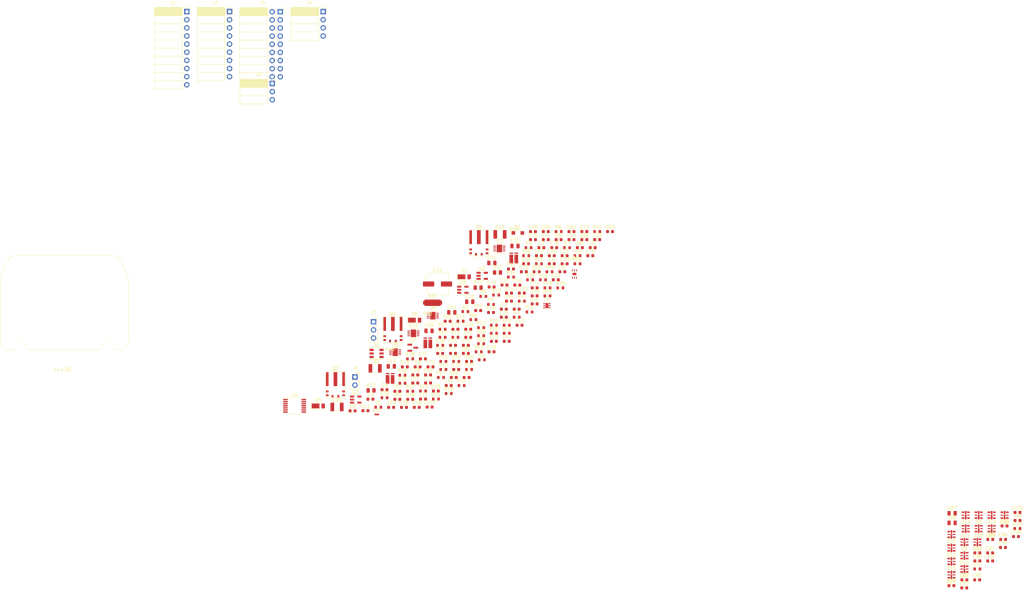
<source format=kicad_pcb>
(kicad_pcb (version 20211014) (generator pcbnew)
  (layers (0 "F.Cu" signal) (31 "B.Cu" signal) (34 "B.Paste" user) (35 "F.Paste" user) (36 "B.SilkS" user "B.Silkscreen") (37 "F.SilkS" user "F.Silkscreen") (38 "B.Mask" user) (39 "F.Mask" user) (44 "Edge.Cuts" user))
  (net 0 "")
  (net 1 "Net-(C1-Pad1)")
  (net 2 "GND")
  (net 3 "Net-(C2-Pad1)")
  (net 4 "GNDA")
  (net 5 "Net-(C3-Pad1)")
  (net 6 "Net-(C4-Pad1)")
  (net 7 "Net-(C5-Pad1)")
  (net 8 "+3V3A")
  (net 9 "+5V")
  (net 10 "Net-(C10-Pad1)")
  (net 11 "VBUS")
  (net 12 "PWRGND")
  (net 13 "Net-(C17-Pad1)")
  (net 14 "Net-(C20-Pad1)")
  (net 15 "Net-(C23-Pad1)")
  (net 16 "Net-(C24-Pad1)")
  (net 17 "Net-(C24-Pad2)")
  (net 18 "/PHA")
  (net 19 "Net-(C27-Pad2)")
  (net 20 "Net-(C28-Pad1)")
  (net 21 "/PHA_ISNS")
  (net 22 "Net-(C41-Pad1)")
  (net 23 "Net-(C43-Pad1)")
  (net 24 "Net-(C45-Pad1)")
  (net 25 "Net-(C47-Pad1)")
  (net 26 "Net-(C47-Pad2)")
  (net 27 "Net-(C49-Pad1)")
  (net 28 "/PHB")
  (net 29 "Net-(C54-Pad2)")
  (net 30 "/PHB_ISNS")
  (net 31 "+3V0")
  (net 32 "Net-(C66-Pad1)")
  (net 33 "Net-(C67-Pad1)")
  (net 34 "Net-(C69-Pad1)")
  (net 35 "Net-(C70-Pad1)")
  (net 36 "Net-(C72-Pad1)")
  (net 37 "Net-(C72-Pad2)")
  (net 38 "+1V5")
  (net 39 "/PHC")
  (net 40 "Net-(C77-Pad2)")
  (net 41 "/PHC_ISNS")
  (net 42 "/LED_PWR")
  (net 43 "/LED_GND")
  (net 44 "Net-(D2-Pad4)")
  (net 45 "Net-(D2-Pad5)")
  (net 46 "Net-(D2-Pad6)")
  (net 47 "Net-(D3-Pad2)")
  (net 48 "Net-(D4-Pad2)")
  (net 49 "Net-(D5-Pad2)")
  (net 50 "Net-(D6-Pad2)")
  (net 51 "Net-(D7-Pad2)")
  (net 52 "Net-(D7-Pad3)")
  (net 53 "Net-(D7-Pad4)")
  (net 54 "Net-(D7-Pad5)")
  (net 55 "Net-(D8-Pad2)")
  (net 56 "Net-(D8-Pad3)")
  (net 57 "Net-(D10-Pad5)")
  (net 58 "Net-(D10-Pad4)")
  (net 59 "Net-(D10-Pad2)")
  (net 60 "Net-(D10-Pad3)")
  (net 61 "Net-(D11-Pad2)")
  (net 62 "Net-(D11-Pad3)")
  (net 63 "Net-(D12-Pad2)")
  (net 64 "Net-(D12-Pad3)")
  (net 65 "Net-(D13-Pad2)")
  (net 66 "Net-(D13-Pad3)")
  (net 67 "Net-(D14-Pad2)")
  (net 68 "Net-(D14-Pad3)")
  (net 69 "Net-(D15-Pad2)")
  (net 70 "Net-(D15-Pad3)")
  (net 71 "Net-(D16-Pad2)")
  (net 72 "Net-(D16-Pad3)")
  (net 73 "Net-(D17-Pad2)")
  (net 74 "Net-(D17-Pad3)")
  (net 75 "Net-(D18-Pad2)")
  (net 76 "Net-(D18-Pad3)")
  (net 77 "Net-(D19-Pad2)")
  (net 78 "Net-(D19-Pad3)")
  (net 79 "Net-(D20-Pad2)")
  (net 80 "Net-(D20-Pad3)")
  (net 83 "/PHAH")
  (net 84 "/PHAL")
  (net 85 "/PHBH")
  (net 86 "/PHBL")
  (net 87 "/PHCH")
  (net 88 "/PHCL")
  (net 89 "/ENC_A")
  (net 90 "/ENC_B")
  (net 91 "/SPI_MOSI")
  (net 92 "/SPI_MISO")
  (net 93 "/SPI_SCK")
  (net 94 "/SPI_nCS")
  (net 95 "Net-(J4-Pad1)")
  (net 96 "/LED_DATA")
  (net 97 "/LED_CLK")
  (net 98 "Net-(J4-Pad4)")
  (net 99 "/PHA_ISNS+")
  (net 100 "/PHA_ISNS-")
  (net 101 "/PHB_ISNS+")
  (net 102 "/PHB_ISNS-")
  (net 103 "/PHC_ISNS+")
  (net 104 "/PHC_ISNS-")
  (net 105 "/VBUS_VSNS+")
  (net 106 "/VBUS_VSNS-")
  (net 107 "Net-(R16-Pad2)")
  (net 108 "Net-(R16-Pad3)")
  (net 109 "Net-(R19-Pad2)")
  (net 110 "Net-(R21-Pad1)")
  (net 111 "Net-(R22-Pad1)")
  (net 112 "Net-(R23-Pad1)")
  (net 113 "Net-(R30-Pad2)")
  (net 114 "Net-(R32-Pad2)")
  (net 115 "Net-(R32-Pad3)")
  (net 116 "Net-(R34-Pad1)")
  (net 117 "Net-(R35-Pad1)")
  (net 118 "Net-(R36-Pad1)")
  (net 119 "Net-(R43-Pad2)")
  (net 120 "Net-(R48-Pad2)")
  (net 121 "Net-(R48-Pad3)")
  (net 122 "Net-(R50-Pad1)")
  (net 123 "Net-(R51-Pad1)")
  (net 124 "Net-(R52-Pad1)")
  (net 125 "Net-(R57-Pad1)")
  (net 126 "Net-(R58-Pad1)")
  (footprint "Capacitor_SMD:C_0603_1608Metric" (layer "F.Cu") (at 218.278 77.072)
    (fp_text reference "C70")
    (fp_text value "4.7u")
  )
  (footprint "Package_TO_SOT_SMD:SOT-23" (layer "F.Cu") (at 180.738 110.832)
    (fp_text reference "U7")
    (fp_text value "LM4040C30FTA")
  )
  (footprint "Connector_PinSocket_2.54mm:PinSocket_1x04_P2.54mm_Horizontal" (layer "F.Cu") (at 152.743 5.839)
    (fp_text reference "J4")
    (fp_text value "LED")
  )
  (footprint "Resistor_SMD:R_0603_1608Metric" (layer "F.Cu") (at 221.398 89.622)
    (fp_text reference "R49")
    (fp_text value "0")
  )
  (footprint "Capacitor_SMD:C_0603_1608Metric" (layer "F.Cu") (at 353.026 183.344)
    (fp_text reference "C89")
    (fp_text value "100n")
  )
  (footprint "Capacitor_SMD:CP_Elec_6.3x5.9" (layer "F.Cu") (at 188.468 90.932)
    (fp_text reference "C22")
    (fp_text value "100u")
  )
  (footprint "Capacitor_SMD:C_0603_1608Metric" (layer "F.Cu") (at 191.638 102.562)
    (fp_text reference "C65")
    (fp_text value "100n")
  )
  (footprint "Resistor_SMD:R_0603_1608Metric" (layer "F.Cu") (at 190.038 107.582)
    (fp_text reference "R15")
    (fp_text value "2.2k")
  )
  (footprint "Connector_PinSocket_2.54mm:PinSocket_2x09_P2.54mm_Horizontal" (layer "F.Cu") (at 139.343 5.889)
    (fp_text reference "J5")
    (fp_text value "ANALOG_SIG")
  )
  (footprint "Capacitor_SMD:C_0603_1608Metric" (layer "F.Cu") (at 193.298 112.602)
    (fp_text reference "C1")
    (fp_text value "10p")
  )
  (footprint "Resistor_SMD:R_0603_1608Metric" (layer "F.Cu") (at 194.048 107.582)
    (fp_text reference "R14")
    (fp_text value "DNP")
  )
  (footprint "Capacitor_SMD:C_0603_1608Metric" (layer "F.Cu") (at 228.168 84.602)
    (fp_text reference "C23")
    (fp_text value "4.7u")
  )
  (footprint "Capacitor_SMD:C_0603_1608Metric" (layer "F.Cu") (at 234.318 77.072)
    (fp_text reference "C68")
    (fp_text value "4.7u")
  )
  (footprint "Capacitor_SMD:C_0603_1608Metric" (layer "F.Cu") (at 357.076 174.924)
    (fp_text reference "C92")
    (fp_text value "100n")
  )
  (footprint "LED_SMD:LED-APA102-2020" (layer "F.Cu") (at 353.046 171.564)
    (fp_text reference "D8")
    (fp_text value "APA102-2020")
  )
  (footprint "Package_DFN_QFN:Texas_MOF0009A" (layer "F.Cu") (at 201.368 78.082)
    (fp_text reference "Q3")
    (fp_text value "LMG5200")
  )
  (footprint "Capacitor_SMD:C_0603_1608Metric" (layer "F.Cu") (at 369.146 169.824)
    (fp_text reference "C100")
    (fp_text value "100n")
  )
  (footprint "Capacitor_SMD:C_0603_1608Metric" (layer "F.Cu") (at 171.908 123.952)
    (fp_text reference "C9")
    (fp_text value "4.7u")
  )
  (footprint "Capacitor_SMD:C_0805_2012Metric" (layer "F.Cu") (at 349.196 165.554)
    (fp_text reference "C86")
    (fp_text value "22u")
  )
  (footprint "Resistor_SMD:R_0603_1608Metric" (layer "F.Cu") (at 217.198 99.662)
    (fp_text reference "R24")
    (fp_text value "0")
  )
  (footprint "Capacitor_SMD:C_0603_1608Metric" (layer "F.Cu") (at 205.168 99.822)
    (fp_text reference "C26")
    (fp_text value "100n")
  )
  (footprint "Capacitor_SMD:C_0805_2012Metric" (layer "F.Cu") (at 174.018 116.662)
    (fp_text reference "C19")
    (fp_text value "22u")
  )
  (footprint "Capacitor_SMD:C_0603_1608Metric" (layer "F.Cu") (at 228.168 82.092)
    (fp_text reference "C21")
    (fp_text value "4.7u")
  )
  (footprint "Resistor_SMD:R_0603_1608Metric" (layer "F.Cu") (at 199.658 102.062)
    (fp_text reference "R64")
    (fp_text value "1k")
  )
  (footprint "Capacitor_SMD:C_0603_1608Metric" (layer "F.Cu") (at 191.958 122.642)
    (fp_text reference "C44")
    (fp_text value "100n")
  )
  (footprint "Capacitor_SMD:C_0603_1608Metric" (layer "F.Cu") (at 167.498 126.902)
    (fp_text reference "C4")
    (fp_text value "4.7u")
  )
  (footprint "Capacitor_SMD:C_0603_1608Metric" (layer "F.Cu") (at 214.098 103.812)
    (fp_text reference "C42")
    (fp_text value "100p")
  )
  (footprint "Resistor_SMD:R_0603_1608Metric" (layer "F.Cu") (at 194.288 115.112)
    (fp_text reference "R35")
    (fp_text value "0")
  )
  (footprint "Resistor_SMD:R_0805_2012Metric" (layer "F.Cu") (at 207.198 87.342)
    (fp_text reference "R27")
    (fp_text value "50m")
  )
  (footprint "Connector_PinSocket_2.54mm:PinSocket_1x03_P2.54mm_Horizontal" (layer "F.Cu") (at 136.843 28.289)
    (fp_text reference "J3")
    (fp_text value "POWER")
  )
  (footprint "LED_SMD:LED-APA102-2020" (layer "F.Cu") (at 357.496 167.354)
    (fp_text reference "D18")
    (fp_text value "APA102-2020")
  )
  (footprint "Resistor_SMD:R_0603_1608Metric" (layer "F.Cu") (at 195.968 122.642)
    (fp_text reference "R44")
    (fp_text value "DNP")
  )
  (footprint "Capacitor_SMD:C_0603_1608Metric" (layer "F.Cu") (at 206.078 108.832)
    (fp_text reference "C13")
    (fp_text value "100n")
  )
  (footprint "Capacitor_SMD:C_0805_2012Metric" (layer "F.Cu") (at 205.428 84.362)
    (fp_text reference "C34")
    (fp_text value "10u")
  )
  (footprint "Capacitor_SMD:C_0603_1608Metric" (layer "F.Cu") (at 361.086 174.924)
    (fp_text reference "C97")
    (fp_text value "100n")
  )
  (footprint "Resistor_SMD:R_0603_1608Metric" (layer "F.Cu") (at 219.428 87.112)
    (fp_text reference "R52")
    (fp_text value "0")
  )
  (footprint "LED_SMD:LED-APA102-2020" (layer "F.Cu") (at 353.446 163.144)
    (fp_text reference "D19")
    (fp_text value "APA102-2020")
  )
  (footprint "Capacitor_SMD:C_0603_1608Metric" (layer "F.Cu") (at 225.408 89.622)
    (fp_text reference "C30")
    (fp_text value "4.7u")
  )
  (footprint "Capacitor_SMD:C_0603_1608Metric" (layer "F.Cu") (at 194.288 117.622)
    (fp_text reference "C25")
    (fp_text value "100n")
  )
  (footprint "Capacitor_SMD:C_0603_1608Metric" (layer "F.Cu") (at 181.508 119.332)
    (fp_text reference "C59")
    (fp_text value "4.7u")
  )
  (footprint "Resistor_SMD:R_0603_1608Metric" (layer "F.Cu") (at 189.528 120.132)
    (fp_text reference "R47")
    (fp_text value "1k")
  )
  (footprint "Capacitor_SMD:C_1210_3225Metric" (layer "F.Cu") (at 168.968 117.282)
    (fp_text reference "C85")
    (fp_text value "47u")
  )
  (footprint "Resistor_SMD:R_0603_1608Metric" (layer "F.Cu") (at 223.438 87.112)
    (fp_text reference "R45")
    (fp_text value "10k")
  )
  (footprint "project-footprints:KRL3216" (layer "F.Cu") (at 185.433 107.817)
    (fp_text reference "R32")
    (fp_text value "15m")
  )
  (footprint "Capacitor_SMD:C_0805_2012Metric" (layer "F.Cu") (at 185.808 105.562)
    (fp_text reference "C52")
    (fp_text value "22u")
  )
  (footprint "LED_SMD:LED-APA102-2020" (layer "F.Cu") (at 365.596 163.144)
    (fp_text reference "D21")
    (fp_text value "APA102-2020")
  )
  (footprint "Connector_PinSocket_2.54mm:PinSocket_1x03_P2.54mm_Vertical" (layer "F.Cu") (at 168.468 102.732)
    (fp_text reference "J7")
    (fp_text value "Motor")
  )
  (footprint "Capacitor_SMD:C_0603_1608Metric" (layer "F.Cu") (at 165.948 130.512)
    (fp_text reference "C11")
    (fp_text value "1u")
  )
  (footprint "Capacitor_SMD:C_0603_1608Metric" (layer "F.Cu") (at 197.308 110.092)
    (fp_text reference "C10")
    (fp_text value "4.7u")
  )
  (footprint "Resistor_SMD:R_0603_1608Metric" (layer "F.Cu") (at 187.948 126.862)
    (fp_text reference "R31")
    (fp_text value "10k")
  )
  (footprint "Resistor_SMD:R_0603_1608Metric" (layer "F.Cu") (at 202.068 109.592)
    (fp_text reference "R26")
    (fp_text value "DNP")
  )
  (footprint "LED_SMD:LED-APA102-2020" (layer "F.Cu") (at 361.546 167.354)
    (fp_text reference "D17")
    (fp_text value "APA102-2020")
  )
  (footprint "Resistor_SMD:R_0603_1608Metric" (layer "F.Cu") (at 177.498 121.932)
    (fp_text reference "R39")
    (fp_text value "0")
  )
  (footprint "Capacitor_SMD:C_0603_1608Metric" (layer "F.Cu") (at 183.938 126.862)
    (fp_text reference "C32")
    (fp_text value "4.7u")
  )
  (footprint "Package_TO_SOT_SMD:SOT-23-5" (layer "F.Cu") (at 202.418 88.372)
    (fp_text reference "U2")
    (fp_text value "INA293B")
  )
  (footprint "NetTie:NetTie-2_SMD_Pad2.0mm" (layer "F.Cu") (at 186.918 96.782)
    (fp_text reference "NT1")
    (fp_text value "NetTie_2")
  )
  (footprint "Resistor_SMD:R_0603_1608Metric" (layer "F.Cu") (at 198.298 117.622)
    (fp_text reference "R22")
    (fp_text value "0")
  )
  (footprint "Capacitor_SMD:C_0805_2012Metric" (layer "F.Cu") (at 212.658 79.062)
    (fp_text reference "C55")
    (fp_text value "22u")
  )
  (footprint "Connector_PinSocket_2.54mm:PinSocket_1x02_P2.54mm_Vertical" (layer "F.Cu") (at 162.668 119.982)
    (fp_text reference "J6")
    (fp_text value "VBUS")
  )
  (footprint "Capacitor_SMD:C_0603_1608Metric" (layer "F.Cu") (at 218.798 94.642)
    (fp_text reference "C29")
    (fp_text value "100n")
  )
  (footprint "Capacitor_SMD:C_0603_1608Metric" (layer "F.Cu") (at 236.938 79.582)
    (fp_text reference "C37")
    (fp_text value "100n")
  )
  (footprint "Package_DFN_QFN:DFN-8-1EP_3x3mm_P0.5mm_EP1.65x2.38mm" (layer "F.Cu") (at 186.988 100.832)
    (fp_text reference "U8")
    (fp_text value "LT6350")
  )
  (footprint "Capacitor_SMD:C_0603_1608Metric" (layer "F.Cu") (at 185.998 129.372)
    (fp_text reference "C103")
    (fp_text value "100n")
  )
  (footprint "Package_DFN_QFN:Texas_MOF0009A" (layer "F.Cu") (at 174.518 105.182)
    (fp_text reference "Q1")
    (fp_text value "LMG5200")
  )
  (footprint "Capacitor_SMD:C_0603_1608Metric" (layer "F.Cu") (at 187.948 124.352)
    (fp_text reference "C58")
    (fp_text value "100n")
  )
  (footprint "Capacitor_SMD:C_0603_1608Metric" (layer "F.Cu") (at 369.626 164.804)
    (fp_text reference "C91")
    (fp_text value "100n")
  )
  (footprint "Resistor_SMD:R_0603_1608Metric" (layer "F.Cu") (at 220.148 84.602)
    (fp_text reference "R51")
    (fp_text value "0")
  )
  (footprint "Capacitor_SMD:C_0603_1608Metric" (layer "F.Cu") (at 209.178 101.302)
    (fp_text reference "C20")
    (fp_text value "10p")
  )
  (footprint "LED_SMD:LED-APA102-2020" (layer "F.Cu") (at 361.546 163.144)
    (fp_text reference "D16")
    (fp_text value "APA102-2020")
  )
  (footprint "LED_SMD:LED-APA102-2020" (layer "F.Cu") (at 353.046 179.984)
    (fp_text reference "D7")
    (fp_text value "APA102-2020")
  )
  (footprint "Resistor_SMD:R_0603_1608Metric" (layer "F.Cu") (at 222.808 94.642)
    (fp_text reference "R50")
    (fp_text value "0")
  )
  (footprint "Connector_PinSocket_2.54mm:PinSocket_1x10_P2.54mm_Horizontal" (layer "F.Cu") (at 110.143 5.839)
    (fp_text reference "J1")
    (fp_text value "PHASE_SIG")
  )
  (footprint "Resistor_SMD:R_0603_1608Metric" (layer "F.Cu") (at 232.178 82.092)
    (fp_text reference "R46")
    (fp_text value "1k")
  )
  (footprint "LED_SMD:LED-APA102-2020" (layer "F.Cu") (at 353.046 175.774)
    (fp_text reference "D10")
    (fp_text value "APA102-2020")
  )
  (footprint "Capacitor_SMD:C_0603_1608Metric" (layer "F.Cu") (at 357.036 183.344)
    (fp_text reference "C95")
    (fp_text value "100n")
  )
  (footprint "Connector_PinSocket_2.54mm:PinSocket_1x09_P2.54mm_Horizontal" (layer "F.Cu") (at 123.493 5.839)
    (fp_text reference "J2")
    (fp_text value "ENC_SIG")
  )
  (footprint "Resistor_SMD:R_0603_1608Metric" (layer "F.Cu") (at 190.278 117.622)
    (fp_text reference "R10")
    (fp_text value "0")
  )
  (footprint "Resistor_SMD:R_0603_1608Metric" (layer "F.Cu") (at 179.888 114.312)
    (fp_text reference "R36")
    (fp_text value "0")
  )
  (footprint "NetTie:NetTie-2_SMD_Pad0.5mm" (layer "F.Cu") (at 169.478 131.692)
    (fp_text reference "NT2")
    (fp_text value "NetTie_2")
  )
  (footprint "Resistor_SMD:R_0603_1608Metric" (layer "F.Cu") (at 210.088 103.812)
    (fp_text reference "R40")
    (fp_text value "499")
  )
  (footprint "Capacitor_SMD:C_0603_1608Metric" (layer "F.Cu") (at 178.248 116.822)
    (fp_text reference "C49")
    (fp_text value "4.7u")
  )
  (footprint "Capacitor_SMD:C_0603_1608Metric" (layer "F.Cu") (at 181.988 129.462)
    (fp_text reference "C18")
    (fp_text value "100n")
  )
  (footprint "Resistor_SMD:R_0603_1608Metric" (layer "F.Cu") (at 190.038 105.072)
    (fp_text reference "R17")
    (fp_text value "499")
  )
  (footprint "Capacitor_SMD:C_0603_1608Metric" (layer "F.Cu") (at 194.048 105.072)
    (fp_text reference "C77")
    (fp_text value "DNP")
  )
  (footprint "Resistor_SMD:R_0603_1608Metric" (layer "F.Cu") (at 369.586 167.314)
    (fp_text reference "R53")
    (fp_text value "220")
  )
  (footprint "Capacitor_SMD:C_0603_1608Metric" (layer "F.Cu") (at 365.136 170.714)
    (fp_text reference "C96")
    (fp_text value "100n")
  )
  (footprint "project-footprints:KRL3216" (layer "F.Cu") (at 173.643 118.917)
    (fp_text reference "R48")
    (fp_text value "15m")
  )
  (footprint "Capacitor_SMD:C_0603_1608Metric" (layer "F.Cu") (at 175.918 124.442)
    (fp_text reference "C67")
    (fp_text value "10p")
  )
  (footprint "Capacitor_SMD:C_0603_1608Metric" (layer "F.Cu") (at 227.448 87.112)
    (fp_text reference "C57")
    (fp_text value "4.7u")
  )
  (footprint "Capacitor_SMD:C_0603_1608Metric" (layer "F.Cu") (at 185.518 121.842)
    (fp_text reference "C17")
    (fp_text value "10p")
  )
  (footprint "Capacitor_SMD:C_1210_3225Metric" (layer "F.Cu") (at 157.068 129.332)
    (fp_text reference "C36")
    (fp_text value "47u")
  )
  (footprint "Capacitor_SMD:C_0603_1608Metric" (layer "F.Cu") (at 210.778 93.772)
    (fp_text reference "C14")
    (fp_text value "100n")
  )
  (footprint "Resistor_SMD:R_0603_1608Metric" (layer "F.Cu") (at 202.068 107.082)
    (fp_text reference "R25")
    (fp_text value "0")
  )
  (footprint "Capacitor_SMD:C_0603_1608Metric" (layer "F.Cu") (at 224.158 82.092)
    (fp_text reference "C39")
    (fp_text value "4.7u")
  )
  (footprint "Capacitor_SMD:C_0603_1608Metric" (layer "F.Cu") (at 242.338 74.562)
    (fp_text reference "C53")
    (fp_text value "100n")
  )
  (footprint "Capacitor_SMD:C_0603_1608Metric" (layer "F.Cu") (at 361.086 177.434)
    (fp_text reference "C102")
    (fp_text value "100n")
  )
  (footprint "Capacitor_SMD:C_1210_3225Metric" (layer "F.Cu") (at 207.968 75.432)
    (fp_text reference "C63")
    (fp_text value "47u")
  )
  (footprint "LED_SMD:LED-APA102-2020" (layer "F.Cu") (at 348.996 181.794)
    (fp_text reference "D14")
    (fp_text value "APA102-2020")
  )
  (footprint "Capacitor_SMD:C_0603_1608Metric" (layer "F.Cu") (at 224.158 84.602)
    (fp_text reference "C6")
    (fp_text value "100n")
  )
  (footprint "Diode_SMD:D_SOD-123F" (layer "F.Cu") (at 213.553 74.982)
    (fp_text reference "D1")
    (fp_text value "SMF9.0A")
  )
  (footprint "Resistor_SMD:R_0603_1608Metric" (layer "F.Cu") (at 171.908 126.462)
    (fp_text reference "R33")
    (fp_text value "0")
  )
  (footprint "Diode_SMD:D_PowerDI-123" (layer "F.Cu") (at 181.318 102.232)
    (fp_text reference "D6")
    (fp_text value "D_Schottky_Small")
  )
  (footprint "Capacitor_SMD:C_0805_2012Metric" (layer "F.Cu") (at 349.196 162.544)
    (fp_text reference "C87")
    (fp_text value "22u")
  )
  (footprint "Capacitor_SMD:C_0603_1608Metric" (layer "F.Cu") (at 209.368 91.262)
    (fp_text reference "C27")
    (fp_text value "DNP")
  )
  (footprint "Capacitor_SMD:C_0603_1608Metric" (layer "F.Cu") (at 232.928 79.582)
    (fp_text reference "C81")
    (fp_text value "4.7u")
  )
  (footprint "Capacitor_SMD:C_0603_1608Metric" (layer "F.Cu") (at 198.058 105.072)
    (fp_text reference "C104")
    (fp_text value "100n")
  )
  (footprint "Resistor_SMD:R_0603_1608Metric" (layer "F.Cu") (at 206.078 103.812)
    (fp_text reference "R55")
    (fp_text value "10.2k")
  )
  (footprint "Resistor_SMD:R_0603_1608Metric" (layer "F.Cu") (at 190.278 115.112)
    (fp_text reference "R43")
    (fp_text value "180")
  )
  (footprint "Capacitor_SMD:C_0603_1608Metric" (layer "F.Cu") (at 213.378 91.262)
    (fp_text reference "C24")
    (fp_text value "100n")
  )
  (footprint "Capacitor_SMD:C_0603_1608Metric" (layer "F.Cu") (at 197.548 120.132)
    (fp_text reference "C5")
    (fp_text value "10p")
  )
  (footprint "Capacitor_SMD:C_0603_1608Metric" (layer "F.Cu") (at 220.898 79.582)
    (fp_text reference "C2")
    (fp_text value "DNP")
  )
  (footprint "Capacitor_SMD:C_0603_1608Metric" (layer "F.Cu") (at 201.158 99.222)
    (fp_text reference "C12")
    (fp_text value "100n")
  )
  (footprint "Capacitor_SMD:C_0603_1608Metric" (layer "F.Cu") (at 175.918 126.952)
    (fp_text reference "C80")
    (fp_text value "100n")
  )
  (footprint "Capacitor_SMD:C_0603_1608Metric" (layer "F.Cu") (at 173.968 129.462)
    (fp_text reference "C82")
    (fp_text value "4.7u")
  )
  (footprint "Diode_SMD:D_PowerDI-123" (layer "F.Cu") (at 151.218 129.032)
    (fp_text reference "D4")
    (fp_text value "D_Schottky_Small")
  )
  (footprint "Capacitor_SMD:C_0603_1608Metric" (layer "F.Cu") (at 197.308 112.602)
    (fp_text reference "C83")
    (fp_text value "4.7u")
  )
  (footprint "project-footprints:KRL3216" (layer "F.Cu") (at 212.283 81.317)
    (fp_text reference "R16")
    (fp_text value "15m")
  )
  (footprint "Resistor_SMD:R_0805_2012Metric" (layer "F.Cu") (at 167.698 124.172)
    (fp_text reference "R13")
    (fp_text value "50m")
  )
  (footprint "Capacitor_SMD:C_0603_1608Metric" (layer "F.Cu") (at 193.298 110.092)
    (fp_text reference "C31")
    (fp_text value "100n")
  )
  (footprint "Resistor_SMD:R_0603_1608Metric" (layer "F.Cu") (at 217.388 89.622)
    (fp_text reference "R30")
    (fp_text value "180")
  )
  (footprint "Capacitor_SMD:C_0603_1608Metric" (layer "F.Cu") (at 230.308 74.562)
    (fp_text reference "C62")
    (fp_text value "DNP")
  )
  (footprint "Package_SO:TSSOP-14_4.4x5mm_P0.65mm" (layer "F.Cu") (at 143.818 128.982)
    (fp_text reference "U1")
    (fp_text value "AS5047D")
  )
  (footprint "Capacitor_SMD:C_0603_1608Metric" (layer "F.Cu") (at 205.328 112.102)
    (fp_text reference "C78")
    (fp_text value "4.7u")
  )
  (footprint "Package_DFN_QFN:DFN-8-1EP_3x3mm_P0.5mm_EP1.65x2.38mm" (layer "F.Cu") (at 207.788 79.832)
    (fp_text reference "U3")
    (fp_text value "LT6350")
  )
  (footprint "LED_SMD:LED-APA102-2020" (layer "F.Cu") (at 348.996 173.374)
    (fp_text reference "D13")
    (fp_text value "APA102-2020")
  )
  (footprint "Capacitor_SMD:C_0603_1608Metric" (layer "F.Cu") (at 222.288 74.562)
    (fp_text reference "C56")
    (fp_text value "100n")
  )
  (footprint "Capacitor_SMD:C_0603_1608Metric" (layer "F.Cu") (at 218.278 74.562)
    (fp_text reference "C28")
    (fp_text value "4.7u")
  )
  (footprint "Resistor_SMD:R_0603_1608Metric" (layer "F.Cu") (at 216.888 79.582)
    (fp_text reference "R9")
    (fp_text value "DNP")
  )
  (footprint "Resistor_SMD:R_0603_1608Metric" (layer "F.Cu") (at 197.148 99.552)
    (fp_text reference "R3")
    (fp_text value "0")
  )
  (footprint "Resistor_SMD:R_0603_1608Metric" (layer "F.Cu") (at 211.408 88.752)
    (fp_text reference "R34")
    (fp_text value "0")
  )
  (footprint "Capacitor_SMD:C_0603_1608Metric" (layer "F.Cu") (at 218.798 97.152)
    (fp_text reference "C45")
    (fp_text value "4.7u")
  )
  (footprint "Capacitor_SMD:C_0603_1608Metric" (layer "F.Cu") (at 198.058 107.582)
    (fp_text reference "C61")
    (fp_text value "4.7u")
  )
  (footprint "Resistor_SMD:R_0603_1608Metric" (layer "F.Cu") (at 226.818 92.132)
    (fp_text reference "R28")
    (fp_text value "DNP")
  )
  (footprint "Resistor_SMD:R_0603_1608Metric" (layer "F.Cu") (at 206.768 94.362)
    (fp_text reference "R19")
    (fp_text value "180")
  )
  (footprint "Capacitor_SMD:C_0603_1608Metric" (layer "F.Cu") (at 220.148 82.092)
    (fp_text reference "C40")
    (fp_text value "100n")
  )
  (footprint "Capacitor_SMD:C_0603_1608Metric" (layer "F.Cu") (at 181.508 121.842)
    (fp_text reference "C51")
    (fp_text value "100n")
  )
  (footprint "Capacitor_SMD:C_0603_1608Metric" (layer "F.Cu") (at 210.778 96.282)
    (fp_text reference "C64")
    (fp_text value "100n")
  )
  (footprint "Resistor_SMD:R_0603_1608Metric" (layer "F.Cu") (at 195.648 102.562)
    (fp_text reference "R11")
    (fp_text value "0")
  )
  (footprint "Package_DFN_QFN:DFN-8-1EP_3x3mm_P0.5mm_EP1.65x2.38mm" (layer "F.Cu") (at 175.238 112.232)
    (fp_text reference "U6")
    (fp_text value "LT6350")
  )
  (footprint "Capacitor_SMD:C_0603_1608Metric" (layer "F.Cu") (at 365.096 173.224)
    (fp_text reference "C94")
    (fp_text value "100n")
  )
  (footprint "Capacitor_SMD:C_0603_1608Metric" (layer "F.Cu") (at 218.798 92.132)
    (fp_text reference "C74")
    (fp_text value "100n")
  )
  (footprint "Resistor_SMD:R_0603_1608Metric" (layer "F.Cu") (at 228.918 79.582)
    (fp_text reference "R7")
    (fp_text value "DNP")
  )
  (footprint "LED_SMD:LED_0603_1608Metric" (layer "F.Cu") (at 161.938 130.552)
    (fp_text reference "D3")
    (fp_text value "LED")
  )
  (footprint "Resistor_SMD:R_0603_1608Metric" (layer "F.Cu") (at 191.958 125.152)
    (fp_text reference "R18")
    (fp_text value "0")
  )
  (footprint "Capacitor_SMD:C_0603_1608Metric" (layer "F.Cu") (at 236.188 82.092)
    (fp_text reference "C79")
    (fp_text value "4.7u")
  )
  (footprint "Capacitor_SMD:C_0603_1608Metric" (layer "F.Cu") (at 198.298 115.112)
    (fp_text reference "C60")
    (fp_text value "4.7u")
  )
  (footprint "Package_DFN_QFN:DFN-8-1EP_3x3mm_P0.5mm_EP1.65x2.38mm" (layer "F.Cu") (at 180.938 106.332)
    (fp_text reference "U10")
    (fp_text value "LT6350")
  )
  (footprint "Capacitor_SMD:C_0603_1608Metric" (layer "F.Cu") (at 224.908 79.582)
    (fp_text reference "C76")
    (fp_text value "100n")
  )
  (footprint "Resistor_SMD:R_0603_1608Metric" (layer "F.Cu") (at 201.318 112.102)
    (fp_text reference "R63")
    (fp_text value "1k")
  )
  (footprint "Capacitor_SMD:C_0603_1608Metric" (layer "F.Cu") (at 182.258 116.822)
    (fp_text reference "C8")
    (fp_text value "4.7u")
  )
  (footprint "Resistor_SMD:R_0603_1608Metric" (layer "F.Cu") (at 210.088 106.322)
    (fp_text reference "R57")
    (fp_text value "0")
  )
  (footprint "Resistor_SMD:R_0603_1608Metric" (layer "F.Cu") (at 226.298 74.562)
    (fp_text reference "R6")
    (fp_text value "35.7k")
  )
  (footprint "Resistor_SMD:R_0603_1608Metric" (layer "F.Cu") (at 183.938 124.352)
    (fp_text reference "R23")
    (fp_text value "0")
  )
  (footprint "LED_SMD:LED-APA102-2020" (layer "F.Cu") (at 357.096 171.564)
    (fp_text reference "D11")
    (fp_text value "APA102-2020")
  )
  (footprint "Capacitor_SMD:C_0603_1608Metric" (layer "F.Cu") (at 216.138 84.602)
    (fp_text reference "C35")
    (fp_text value "DNP")
  )
  (footprint "Capacitor_SMD:C_0603_1608Metric" (layer "F.Cu") (at 222.288 77.072)
    (fp_text reference "C41")
    (fp_text value "10p")
  )
  (footprint "project-footprints:reaction-wheel" (layer "F.Cu") (at 85.344 109.474 180)
    (fp_text reference "REF**")
    (fp_text value "reaction-wheel")
  )
  (footprint "Resistor_SMD:R_0603_1608Metric" (layer "F.Cu") (at 222.808 92.132)
    (fp_text reference "R29")
    (fp_text value "499")
  )
  (footprint "Capacitor_SMD:C_0603_1608Metric" (layer "F.Cu") (at 215.418 87.112)
    (fp_text reference "C73")
    (fp_text value "100n")
  )
  (footprint "Resistor_SMD:R_0603_1608Metric" (layer "F.Cu") (at 202.068 104.572)
    (fp_text reference "R12")
    (fp_text value "DNP")
  )
  (footprint "Resistor_SMD:R_0805_2012Metric" (layer "F.Cu") (at 201.148 92.072)
    (fp_text reference "R42")
    (fp_text value "50m")
  )
  (footprint "Capacitor_SMD:C_0805_2012Metric" (layer "F.Cu") (at 192.918 99.802)
    (fp_text reference "C15")
    (fp_text value "22u")
  )
  (footprint "Resistor_SMD:R_0603_1608Metric" (layer "F.Cu") (at 179.928 124.442)
    (fp_text reference "R37")
    (fp_text value "75")
  )
  (footprint "Capacitor_SMD:C_0603_1608Metric" (layer "F.Cu") (at 210.088 108.832)
    (fp_text reference "C47")
    (fp_text value "100n")
  )
  (footprint "Capacitor_SMD:C_0603_1608Metric" (layer "F.Cu") (at 179.928 126.952)
    (fp_text reference "C48")
    (fp_text value "100n")
  )
  (footprint "Capacitor_SMD:C_0603_1608Metric" (layer "F.Cu") (at 186.268 116.822)
    (fp_text reference "C72")
    (fp_text value "100n")
  )
  (footprint "LED_SMD:LED-APA102-2020" (layer "F.Cu") (at 348.996 177.584)
    (fp_text reference "D15")
    (fp_text value "APA102-2020")
  )
  (footprint "Resistor_SMD:R_0603_1608Metric" (layer "F.Cu") (at 216.138 82.092)
    (fp_text reference "R56")
    (fp_text value "499")
  )
  (footprint "Capacitor_SMD:C_0603_1608Metric" (layer "F.Cu") (at 205.358 91.852)
    (fp_text reference "C46")
    (fp_text value "2.2u")
  )
  (footprint "LED_SMD:LED-APA102-2020" (layer "F.Cu") (at 348.996 169.164)
    (fp_text reference "D20")
    (fp_text value "APA102-2020")
  )
  (footprint "Capacitor_SMD:C_0603_1608Metric" (layer "F.Cu") (at 226.298 77.072)
    (fp_text reference "C84")
    (fp_text value "DNP")
  )
  (footprint "Capacitor_SMD:C_0603_1608Metric" (layer "F.Cu") (at 234.318 74.562)
    (fp_text reference "C75")
    (fp_text value "100n")
  )
  (footprint "Capacitor_SMD:C_0603_1608Metric" (layer "F.Cu") (at 185.518 119.332)
    (fp_text reference "C50")
    (fp_text value "10u")
  )
  (footprint "Package_TO_SOT_SMD:SOT-23-5" (layer "F.Cu") (at 196.368 92.732)
    (fp_text reference "U9")
    (fp_text value "INA293B")
  )
  (footprint "Capacitor_SMD:C_0603_1608Metric" (layer "F.Cu") (at 238.328 77.072)
    (fp_text reference "C33")
    (fp_text value "4.7u")
  )
  (footprint "Capacitor_SMD:C_0603_1608Metric" (layer "F.Cu") (at 365.576 166.504)
    (fp_text reference "C98")
    (fp_text value "100n")
  )
  (footprint "Capacitor_SMD:C_0603_1608Metric" (layer "F.Cu") (at 211.408 86.242)
    (fp_text reference "C43")
    (fp_text value "10p")
  )
  (footprint "Resistor_SMD:R_0603_1608Metric" (layer "F.Cu") (at 238.328 74.562)
    (fp_text reference "R21")
    (fp_text value "0")
  )
  (footprint "LED_SMD:LED-APA102-2020" (layer "F.Cu") (at 353.446 167.354)
    (fp_text reference "D12")
    (fp_text value "APA102-2020")
  )
  (footprint "Resistor_SMD:R_0603_1608Metric" (layer "F.Cu") (at 202.308 114.612)
    (fp_text reference "R2")
    (fp_text value "0")
  )
  (footprint "Resistor_SMD:R_0603_1608Metric" (layer "F.Cu") (at 189.288 110.092)
    (fp_text reference "R38")
    (fp_text value "0")
  )
  (footprint "Resistor_SMD:R_0603_1608Metric" (layer "F.Cu") (at 169.958 129.412)
    (fp_text reference "R1")
    (fp_text value "0")
  )
  (footprint "Resistor_SMD:R_0603_1608Metric" (layer "F.Cu") (at 202.758 94.802)
    (fp_text reference "R8")
    (fp_text value "DNP")
  )
  (footprint "Resistor_SMD:R_0603_1608Metric" (layer "F.Cu") (at 177.498 119.422)
    (fp_text reference "R58")
    (fp_text value "0")
  )
  (footprint "Capacitor_SMD:C_0603_1608Metric" (layer "F.Cu") (at 369.626 162.294)
    (fp_text reference "C101")
    (fp_text value "100n")
  )
  (footprint "project-footprints:TI-WSON-6-2.2x2.5" (layer "F.Cu") (at 231.2222 87.807)
    (fp_text reference "U11")
    (fp_text value "LP5900SD-3.3/NOPB")
  )
  (footprint "Capacitor_SMD:C_0603_1608Metric" (layer "F.Cu") (at 348.976 185.154)
    (fp_text reference "C99")
    (fp_text value "100n")
  )
  (footprint "Capacitor_SMD:C_0805_2012Metric" (layer "F.Cu") (at 198.528 96.462)
    (fp_text reference "C16")
    (fp_text value "22u")
  )
  (footprint "Package_SON:WSON-6-1EP_2x2mm_P0.65mm_EP1x1.6mm" (layer "F.Cu") (at 222.648 97.672)
    (fp_text reference "U4")
    (fp_text value "TLV76750DRVR")
  )
  (footprint "Resistor_SMD:R_0603_1608Metric" (layer "F.Cu") (at 232.178 84.602)
    (fp_text reference "R62")
    (fp_text value "1k")
  )
  (footprint "Capacitor_SMD:C_0603_1608Metric" (layer "F.Cu") (at 352.986 185.854)
    (fp_text reference "C93")
    (fp_text value "100n")
  )
  (footprint "LED_SMD:LED-APA102-2020" (layer "F.Cu") (at 357.496 163.144)
    (fp_text reference "D9")
    (fp_text value "APA102-2020")
  )
  (footprint "Capacitor_SMD:C_0603_1608Metric" (layer "F.Cu") (at 209.178 98.792)
    (fp_text reference "C3")
    (fp_text value "10p")
  )
  (footprint "Capacitor_SMD:C_0603_1608Metric" (layer "F.Cu") (at 183.898 114.312)
    (fp_text reference "C71")
    (fp_text value "100n")
  )
  (footprint "Resistor_SMD:R_0603_1608Metric" (layer "F.Cu") (at 213.188 101.302)
    (fp_text reference "R4")
    (fp_text value "0")
  )
  (footprint "Capacitor_SMD:C_0603_1608Metric" (layer "F.Cu") (at 213.188 98.792)
    (fp_text reference "C7")
    (fp_text value "100n")
  )
  (footprint "Resistor_SMD:R_0603_1608Metric" (layer "F.Cu") (at 205.168 97.312)
    (fp_text reference "R5")
    (fp_text value "0")
  )
  (footprint "Package_TO_SOT_SMD:SOT-23-5" (layer "F.Cu") (at 162.918 127.032)
    (fp_text reference "U5")
    (fp_text value "INA293B")
  )
  (footprint "Resistor_SMD:R_0603_1608Metric" (layer "F.Cu") (at 357.076 179.944)
    (fp_text reference "R54")
    (fp_text value "220")
  )
  (footprint "Capacitor_SMD:C_0603_1608Metric" (layer "F.Cu") (at 361.126 170.714)
    (fp_text reference "C88")
    (fp_text value "100n")
  )
  (footprint "Capacitor_SMD:C_0603_1608Metric" (layer "F.Cu") (at 193.538 120.132)
    (fp_text reference "C66")
    (fp_text value "10p")
  )
  (footprint "Capacitor_SMD:C_0603_1608Metric" (layer "F.Cu") (at 230.308 77.072)
    (fp_text reference "C54")
    (fp_text value "DNP")
  )
  (footprint "Capacitor_SMD:C_0603_1608Metric" (layer "F.Cu") (at 177.978 129.462)
    (fp_text reference "C38")
    (fp_text value "2.2u")
  )
  (footprint "Resistor_SMD:R_0603_1608Metric" (layer "F.Cu") (at 214.788 96.282)
    (fp_text reference "R41")
    (fp_text value "DNP")
  )
  (footprint "Capacitor_SMD:C_0603_1608Metric" (layer "F.Cu") (at 189.288 112.602)
    (fp_text reference "C69")
    (fp_text value "4.7u")
  )
  (footprint "Package_DFN_QFN:Texas_MOF0009A" (layer "F.Cu") (at 156.568 122.432)
    (fp_text reference "Q2")
    (fp_text value "LMG5200")
  )
  (footprint "Diode_SMD:D_PowerDI-123" (layer "F.Cu") (at 196.818 88.682)
    (fp_text reference "D5")
    (fp_text value "D_Schottky_Small")
  )
  (footprint "Capacitor_SMD:C_0603_1608Metric" (layer "F.Cu") (at 214.788 93.772)
    (fp_text reference "C105")
    (fp_text value "4.7u")
  )
  (footprint "LED_SMD:LED_RGB_PLCC-6" (layer "F.Cu") (at 169.418 112.632)
    (fp_text reference "D2")
    (fp_text value "LED_RGB")
  )
  (footprint "Capacitor_SMD:C_0603_1608Metric" (layer "F.Cu") (at 357.076 177.434)
    (fp_text reference "C90")
    (fp_text value "100n")
  )
  (footprint "Resistor_SMD:R_0603_1608Metric" (layer "F.Cu") (at 206.078 106.322)
    (fp_text reference "R20")
    (fp_text value "10k")
  )
)
</source>
